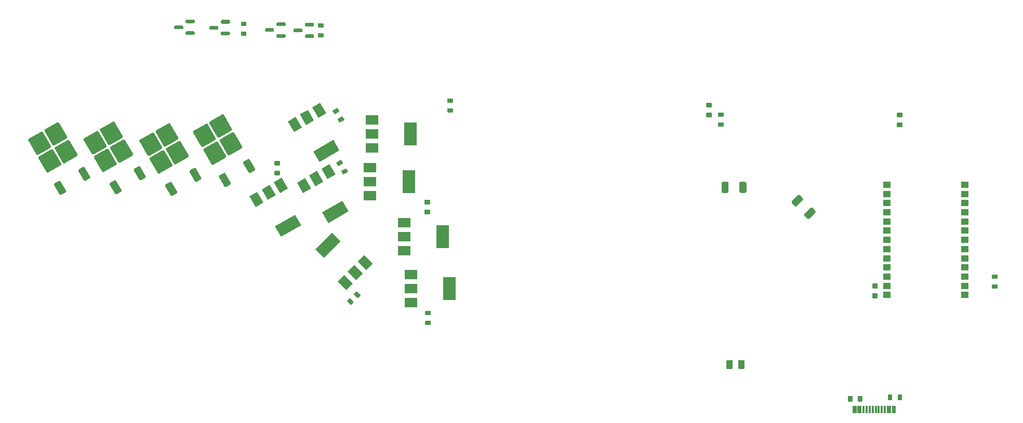
<source format=gtp>
G04 #@! TF.GenerationSoftware,KiCad,Pcbnew,7.0.9-7.0.9~ubuntu22.04.1*
G04 #@! TF.CreationDate,2023-12-28T21:10:10+00:00*
G04 #@! TF.ProjectId,uaeficopiedtovfr,75616566-6963-46f7-9069-6564746f7666,rev?*
G04 #@! TF.SameCoordinates,Original*
G04 #@! TF.FileFunction,Paste,Top*
G04 #@! TF.FilePolarity,Positive*
%FSLAX46Y46*%
G04 Gerber Fmt 4.6, Leading zero omitted, Abs format (unit mm)*
G04 Created by KiCad (PCBNEW 7.0.9-7.0.9~ubuntu22.04.1) date 2023-12-28 21:10:10*
%MOMM*%
%LPD*%
G01*
G04 APERTURE LIST*
%ADD10R,2.000000X1.500000*%
%ADD11R,2.000000X3.800000*%
%ADD12R,0.300000X1.150000*%
%ADD13R,1.300000X1.000000*%
G04 APERTURE END LIST*
G04 #@! TO.C,R4*
G36*
G01*
X117650001Y15900000D02*
X117650001Y14650000D01*
G75*
G02*
X117550001Y14550000I-100000J0D01*
G01*
X116750001Y14550000D01*
G75*
G02*
X116650001Y14650000I0J100000D01*
G01*
X116650001Y15900000D01*
G75*
G02*
X116750001Y16000000I100000J0D01*
G01*
X117550001Y16000000D01*
G75*
G02*
X117650001Y15900000I0J-100000D01*
G01*
G37*
G36*
G01*
X115749979Y15900000D02*
X115749979Y14650000D01*
G75*
G02*
X115649979Y14550000I-100000J0D01*
G01*
X114849979Y14550000D01*
G75*
G02*
X114749979Y14650000I0J100000D01*
G01*
X114749979Y15900000D01*
G75*
G02*
X114849979Y16000000I100000J0D01*
G01*
X115649979Y16000000D01*
G75*
G02*
X115749979Y15900000I0J-100000D01*
G01*
G37*
G04 #@! TD*
G04 #@! TO.C,R1*
G36*
G01*
X142560000Y56325000D02*
X143340000Y56325000D01*
G75*
G02*
X143410000Y56255000I0J-70000D01*
G01*
X143410000Y55695000D01*
G75*
G02*
X143340000Y55625000I-70000J0D01*
G01*
X142560000Y55625000D01*
G75*
G02*
X142490000Y55695000I0J70000D01*
G01*
X142490000Y56255000D01*
G75*
G02*
X142560000Y56325000I70000J0D01*
G01*
G37*
G36*
G01*
X142560000Y54725000D02*
X143340000Y54725000D01*
G75*
G02*
X143410000Y54655000I0J-70000D01*
G01*
X143410000Y54095000D01*
G75*
G02*
X143340000Y54025000I-70000J0D01*
G01*
X142560000Y54025000D01*
G75*
G02*
X142490000Y54095000I0J70000D01*
G01*
X142490000Y54655000D01*
G75*
G02*
X142560000Y54725000I70000J0D01*
G01*
G37*
G04 #@! TD*
D10*
G04 #@! TO.C,Q14*
X56950000Y55200000D03*
X56950000Y52900000D03*
X56950000Y50600000D03*
D11*
X63250000Y52900000D03*
G04 #@! TD*
G04 #@! TO.C,Q8*
G36*
X48717339Y47244005D02*
G01*
X50016377Y47994005D01*
X51016377Y46261955D01*
X49717339Y45511955D01*
X48717339Y47244005D01*
G37*
G36*
X46725481Y46094005D02*
G01*
X48024519Y46844005D01*
X49024519Y45111955D01*
X47725481Y44361955D01*
X46725481Y46094005D01*
G37*
G36*
X44733623Y44944005D02*
G01*
X46032661Y45694005D01*
X47032661Y43961955D01*
X45733623Y43211955D01*
X44733623Y44944005D01*
G37*
G36*
X48879552Y40063045D02*
G01*
X52170448Y41963045D01*
X53170448Y40230995D01*
X49879552Y38330995D01*
X48879552Y40063045D01*
G37*
G04 #@! TD*
G04 #@! TO.C,R8*
G36*
G01*
X143350000Y10290000D02*
X143350000Y9510000D01*
G75*
G02*
X143280000Y9440000I-70000J0D01*
G01*
X142720000Y9440000D01*
G75*
G02*
X142650000Y9510000I0J70000D01*
G01*
X142650000Y10290000D01*
G75*
G02*
X142720000Y10360000I70000J0D01*
G01*
X143280000Y10360000D01*
G75*
G02*
X143350000Y10290000I0J-70000D01*
G01*
G37*
G36*
G01*
X141750000Y10290000D02*
X141750000Y9510000D01*
G75*
G02*
X141680000Y9440000I-70000J0D01*
G01*
X141120000Y9440000D01*
G75*
G02*
X141050000Y9510000I0J70000D01*
G01*
X141050000Y10290000D01*
G75*
G02*
X141120000Y10360000I70000J0D01*
G01*
X141680000Y10360000D01*
G75*
G02*
X141750000Y10290000I0J-70000D01*
G01*
G37*
G04 #@! TD*
G04 #@! TO.C,Q10*
G36*
X53838478Y28469491D02*
G01*
X52777818Y27408831D01*
X51363604Y28823045D01*
X52424264Y29883705D01*
X53838478Y28469491D01*
G37*
G36*
X55464823Y30095837D02*
G01*
X54404163Y29035177D01*
X52989949Y30449391D01*
X54050609Y31510051D01*
X55464823Y30095837D01*
G37*
G36*
X57091169Y31722182D02*
G01*
X56030509Y30661522D01*
X54616295Y32075736D01*
X55676955Y33136396D01*
X57091169Y31722182D01*
G37*
G36*
X51823224Y35363782D02*
G01*
X49136218Y32676776D01*
X47722004Y34090990D01*
X50409010Y36777996D01*
X51823224Y35363782D01*
G37*
G04 #@! TD*
G04 #@! TO.C,R32*
G36*
G01*
X65560000Y42100000D02*
X66340000Y42100000D01*
G75*
G02*
X66410000Y42030000I0J-70000D01*
G01*
X66410000Y41470000D01*
G75*
G02*
X66340000Y41400000I-70000J0D01*
G01*
X65560000Y41400000D01*
G75*
G02*
X65490000Y41470000I0J70000D01*
G01*
X65490000Y42030000D01*
G75*
G02*
X65560000Y42100000I70000J0D01*
G01*
G37*
G36*
G01*
X65560000Y40500000D02*
X66340000Y40500000D01*
G75*
G02*
X66410000Y40430000I0J-70000D01*
G01*
X66410000Y39870000D01*
G75*
G02*
X66340000Y39800000I-70000J0D01*
G01*
X65560000Y39800000D01*
G75*
G02*
X65490000Y39870000I0J70000D01*
G01*
X65490000Y40430000D01*
G75*
G02*
X65560000Y40500000I70000J0D01*
G01*
G37*
G04 #@! TD*
G04 #@! TO.C,R2*
G36*
G01*
X112290000Y55625000D02*
X111510000Y55625000D01*
G75*
G02*
X111440000Y55695000I0J70000D01*
G01*
X111440000Y56255000D01*
G75*
G02*
X111510000Y56325000I70000J0D01*
G01*
X112290000Y56325000D01*
G75*
G02*
X112360000Y56255000I0J-70000D01*
G01*
X112360000Y55695000D01*
G75*
G02*
X112290000Y55625000I-70000J0D01*
G01*
G37*
G36*
G01*
X112290000Y57225000D02*
X111510000Y57225000D01*
G75*
G02*
X111440000Y57295000I0J70000D01*
G01*
X111440000Y57855000D01*
G75*
G02*
X111510000Y57925000I70000J0D01*
G01*
X112290000Y57925000D01*
G75*
G02*
X112360000Y57855000I0J-70000D01*
G01*
X112360000Y57295000D01*
G75*
G02*
X112290000Y57225000I-70000J0D01*
G01*
G37*
G04 #@! TD*
G04 #@! TO.C,R31*
G36*
G01*
X66490000Y21700000D02*
X65710000Y21700000D01*
G75*
G02*
X65640000Y21770000I0J70000D01*
G01*
X65640000Y22330000D01*
G75*
G02*
X65710000Y22400000I70000J0D01*
G01*
X66490000Y22400000D01*
G75*
G02*
X66560000Y22330000I0J-70000D01*
G01*
X66560000Y21770000D01*
G75*
G02*
X66490000Y21700000I-70000J0D01*
G01*
G37*
G36*
G01*
X66490000Y23300000D02*
X65710000Y23300000D01*
G75*
G02*
X65640000Y23370000I0J70000D01*
G01*
X65640000Y23930000D01*
G75*
G02*
X65710000Y24000000I70000J0D01*
G01*
X66490000Y24000000D01*
G75*
G02*
X66560000Y23930000I0J-70000D01*
G01*
X66560000Y23370000D01*
G75*
G02*
X66490000Y23300000I-70000J0D01*
G01*
G37*
G04 #@! TD*
G04 #@! TO.C,R23*
G36*
G01*
X41110000Y48450000D02*
X41890000Y48450000D01*
G75*
G02*
X41960000Y48380000I0J-70000D01*
G01*
X41960000Y47820000D01*
G75*
G02*
X41890000Y47750000I-70000J0D01*
G01*
X41110000Y47750000D01*
G75*
G02*
X41040000Y47820000I0J70000D01*
G01*
X41040000Y48380000D01*
G75*
G02*
X41110000Y48450000I70000J0D01*
G01*
G37*
G36*
G01*
X41110000Y46850000D02*
X41890000Y46850000D01*
G75*
G02*
X41960000Y46780000I0J-70000D01*
G01*
X41960000Y46220000D01*
G75*
G02*
X41890000Y46150000I-70000J0D01*
G01*
X41110000Y46150000D01*
G75*
G02*
X41040000Y46220000I0J70000D01*
G01*
X41040000Y46780000D01*
G75*
G02*
X41110000Y46850000I70000J0D01*
G01*
G37*
G04 #@! TD*
D10*
G04 #@! TO.C,Q16*
X62200000Y38450000D03*
X62200000Y36150000D03*
X62200000Y33850000D03*
D11*
X68500000Y36150000D03*
G04 #@! TD*
G04 #@! TO.C,Q9*
G36*
X40967339Y44994005D02*
G01*
X42266377Y45744005D01*
X43266377Y44011955D01*
X41967339Y43261955D01*
X40967339Y44994005D01*
G37*
G36*
X38975481Y43844005D02*
G01*
X40274519Y44594005D01*
X41274519Y42861955D01*
X39975481Y42111955D01*
X38975481Y43844005D01*
G37*
G36*
X36983623Y42694005D02*
G01*
X38282661Y43444005D01*
X39282661Y41711955D01*
X37983623Y40961955D01*
X36983623Y42694005D01*
G37*
G36*
X41129552Y37813045D02*
G01*
X44420448Y39713045D01*
X45420448Y37980995D01*
X42129552Y36080995D01*
X41129552Y37813045D01*
G37*
G04 #@! TD*
D10*
G04 #@! TO.C,Q13*
X56650000Y47400000D03*
X56650000Y45100000D03*
X56650000Y42800000D03*
D11*
X62950000Y45100000D03*
G04 #@! TD*
G04 #@! TO.C,R26*
G36*
G01*
X36440000Y68875000D02*
X35660000Y68875000D01*
G75*
G02*
X35590000Y68945000I0J70000D01*
G01*
X35590000Y69505000D01*
G75*
G02*
X35660000Y69575000I70000J0D01*
G01*
X36440000Y69575000D01*
G75*
G02*
X36510000Y69505000I0J-70000D01*
G01*
X36510000Y68945000D01*
G75*
G02*
X36440000Y68875000I-70000J0D01*
G01*
G37*
G36*
G01*
X36440000Y70475000D02*
X35660000Y70475000D01*
G75*
G02*
X35590000Y70545000I0J70000D01*
G01*
X35590000Y71105000D01*
G75*
G02*
X35660000Y71175000I70000J0D01*
G01*
X36440000Y71175000D01*
G75*
G02*
X36510000Y71105000I0J-70000D01*
G01*
X36510000Y70545000D01*
G75*
G02*
X36440000Y70475000I-70000J0D01*
G01*
G37*
G04 #@! TD*
G04 #@! TO.C,C1*
G36*
G01*
X139290000Y26084999D02*
X138610000Y26084999D01*
G75*
G02*
X138525000Y26169999I0J85000D01*
G01*
X138525000Y26849999D01*
G75*
G02*
X138610000Y26934999I85000J0D01*
G01*
X139290000Y26934999D01*
G75*
G02*
X139375000Y26849999I0J-85000D01*
G01*
X139375000Y26169999D01*
G75*
G02*
X139290000Y26084999I-85000J0D01*
G01*
G37*
G36*
G01*
X139290000Y27665001D02*
X138610000Y27665001D01*
G75*
G02*
X138525000Y27750001I0J85000D01*
G01*
X138525000Y28430001D01*
G75*
G02*
X138610000Y28515001I85000J0D01*
G01*
X139290000Y28515001D01*
G75*
G02*
X139375000Y28430001I0J-85000D01*
G01*
X139375000Y27750001D01*
G75*
G02*
X139290000Y27665001I-85000J0D01*
G01*
G37*
G04 #@! TD*
G04 #@! TO.C,Q7*
G36*
X47217339Y57219005D02*
G01*
X48516377Y57969005D01*
X49516377Y56236955D01*
X48217339Y55486955D01*
X47217339Y57219005D01*
G37*
G36*
X45225481Y56069005D02*
G01*
X46524519Y56819005D01*
X47524519Y55086955D01*
X46225481Y54336955D01*
X45225481Y56069005D01*
G37*
G36*
X43233623Y54919005D02*
G01*
X44532661Y55669005D01*
X45532661Y53936955D01*
X44233623Y53186955D01*
X43233623Y54919005D01*
G37*
G36*
X47379552Y50038045D02*
G01*
X50670448Y51938045D01*
X51670448Y50205995D01*
X48379552Y48305995D01*
X47379552Y50038045D01*
G37*
G04 #@! TD*
G04 #@! TO.C,R24*
G36*
G01*
X53462600Y25011056D02*
X52911056Y25562600D01*
G75*
G02*
X52911056Y25661594I49497J49497D01*
G01*
X53307036Y26057574D01*
G75*
G02*
X53406030Y26057574I49497J-49497D01*
G01*
X53957574Y25506030D01*
G75*
G02*
X53957574Y25407036I-49497J-49497D01*
G01*
X53561594Y25011056D01*
G75*
G02*
X53462600Y25011056I-49497J49497D01*
G01*
G37*
G36*
G01*
X54593970Y26142426D02*
X54042426Y26693970D01*
G75*
G02*
X54042426Y26792964I49497J49497D01*
G01*
X54438406Y27188944D01*
G75*
G02*
X54537400Y27188944I49497J-49497D01*
G01*
X55088944Y26637400D01*
G75*
G02*
X55088944Y26538406I-49497J-49497D01*
G01*
X54692964Y26142426D01*
G75*
G02*
X54593970Y26142426I-49497J49497D01*
G01*
G37*
G04 #@! TD*
D12*
G04 #@! TO.C,J9*
X135450000Y7945000D03*
X136250000Y7945000D03*
X137550000Y7945000D03*
X138550000Y7945000D03*
X139050000Y7945000D03*
X140050000Y7945000D03*
X141350000Y7945000D03*
X142150000Y7945000D03*
X141850000Y7945000D03*
X141050000Y7945000D03*
X140550000Y7945000D03*
X139550000Y7945000D03*
X138050000Y7945000D03*
X137050000Y7945000D03*
X136550000Y7945000D03*
X135750000Y7945000D03*
G04 #@! TD*
G04 #@! TO.C,Q3*
G36*
G01*
X25095382Y43138319D02*
X24489164Y42788319D01*
G75*
G02*
X24147658Y42879825I-125000J216506D01*
G01*
X23297658Y44352069D01*
G75*
G02*
X23389164Y44693575I216506J125000D01*
G01*
X23995382Y45043575D01*
G75*
G02*
X24336888Y44952069I125000J-216506D01*
G01*
X25186888Y43479825D01*
G75*
G02*
X25095382Y43138319I-216506J-125000D01*
G01*
G37*
G36*
G01*
X24320401Y47540626D02*
X22371843Y46415626D01*
G75*
G02*
X22030337Y46507132I-125000J216506D01*
G01*
X20755337Y48715496D01*
G75*
G02*
X20846843Y49057002I216506J125000D01*
G01*
X22795401Y50182002D01*
G75*
G02*
X23136907Y50090496I125000J-216506D01*
G01*
X24411907Y47882132D01*
G75*
G02*
X24320401Y47540626I-216506J-125000D01*
G01*
G37*
G36*
G01*
X26961779Y49065626D02*
X25013221Y47940626D01*
G75*
G02*
X24671715Y48032132I-125000J216506D01*
G01*
X23396715Y50240496D01*
G75*
G02*
X23488221Y50582002I216506J125000D01*
G01*
X25436779Y51707002D01*
G75*
G02*
X25778285Y51615496I125000J-216506D01*
G01*
X27053285Y49407132D01*
G75*
G02*
X26961779Y49065626I-216506J-125000D01*
G01*
G37*
G36*
G01*
X22645401Y50441812D02*
X20696843Y49316812D01*
G75*
G02*
X20355337Y49408318I-125000J216506D01*
G01*
X19080337Y51616682D01*
G75*
G02*
X19171843Y51958188I216506J125000D01*
G01*
X21120401Y53083188D01*
G75*
G02*
X21461907Y52991682I125000J-216506D01*
G01*
X22736907Y50783318D01*
G75*
G02*
X22645401Y50441812I-216506J-125000D01*
G01*
G37*
G36*
G01*
X25286779Y51966812D02*
X23338221Y50841812D01*
G75*
G02*
X22996715Y50933318I-125000J216506D01*
G01*
X21721715Y53141682D01*
G75*
G02*
X21813221Y53483188I216506J125000D01*
G01*
X23761779Y54608188D01*
G75*
G02*
X24103285Y54516682I125000J-216506D01*
G01*
X25378285Y52308318D01*
G75*
G02*
X25286779Y51966812I-216506J-125000D01*
G01*
G37*
G36*
G01*
X29044458Y45418319D02*
X28438240Y45068319D01*
G75*
G02*
X28096734Y45159825I-125000J216506D01*
G01*
X27246734Y46632069D01*
G75*
G02*
X27338240Y46973575I216506J125000D01*
G01*
X27944458Y47323575D01*
G75*
G02*
X28285964Y47232069I125000J-216506D01*
G01*
X29135964Y45759825D01*
G75*
G02*
X29044458Y45418319I-216506J-125000D01*
G01*
G37*
G04 #@! TD*
G04 #@! TO.C,D7*
G36*
G01*
X28075000Y69475000D02*
X28075000Y69175000D01*
G75*
G02*
X27925000Y69025000I-150000J0D01*
G01*
X26750000Y69025000D01*
G75*
G02*
X26600000Y69175000I0J150000D01*
G01*
X26600000Y69475000D01*
G75*
G02*
X26750000Y69625000I150000J0D01*
G01*
X27925000Y69625000D01*
G75*
G02*
X28075000Y69475000I0J-150000D01*
G01*
G37*
G36*
G01*
X26200000Y70425000D02*
X26200000Y70125000D01*
G75*
G02*
X26050000Y69975000I-150000J0D01*
G01*
X24875000Y69975000D01*
G75*
G02*
X24725000Y70125000I0J150000D01*
G01*
X24725000Y70425000D01*
G75*
G02*
X24875000Y70575000I150000J0D01*
G01*
X26050000Y70575000D01*
G75*
G02*
X26200000Y70425000I0J-150000D01*
G01*
G37*
G36*
G01*
X28075000Y71375000D02*
X28075000Y71075000D01*
G75*
G02*
X27925000Y70925000I-150000J0D01*
G01*
X26750000Y70925000D01*
G75*
G02*
X26600000Y71075000I0J150000D01*
G01*
X26600000Y71375000D01*
G75*
G02*
X26750000Y71525000I150000J0D01*
G01*
X27925000Y71525000D01*
G75*
G02*
X28075000Y71375000I0J-150000D01*
G01*
G37*
G04 #@! TD*
G04 #@! TO.C,R5*
G36*
G01*
X69310000Y58675000D02*
X70090000Y58675000D01*
G75*
G02*
X70160000Y58605000I0J-70000D01*
G01*
X70160000Y58045000D01*
G75*
G02*
X70090000Y57975000I-70000J0D01*
G01*
X69310000Y57975000D01*
G75*
G02*
X69240000Y58045000I0J70000D01*
G01*
X69240000Y58605000D01*
G75*
G02*
X69310000Y58675000I70000J0D01*
G01*
G37*
G36*
G01*
X69310000Y57075000D02*
X70090000Y57075000D01*
G75*
G02*
X70160000Y57005000I0J-70000D01*
G01*
X70160000Y56445000D01*
G75*
G02*
X70090000Y56375000I-70000J0D01*
G01*
X69310000Y56375000D01*
G75*
G02*
X69240000Y56445000I0J70000D01*
G01*
X69240000Y57005000D01*
G75*
G02*
X69310000Y57075000I70000J0D01*
G01*
G37*
G04 #@! TD*
G04 #@! TO.C,Q1*
G36*
G01*
X33845382Y44588319D02*
X33239164Y44238319D01*
G75*
G02*
X32897658Y44329825I-125000J216506D01*
G01*
X32047658Y45802069D01*
G75*
G02*
X32139164Y46143575I216506J125000D01*
G01*
X32745382Y46493575D01*
G75*
G02*
X33086888Y46402069I125000J-216506D01*
G01*
X33936888Y44929825D01*
G75*
G02*
X33845382Y44588319I-216506J-125000D01*
G01*
G37*
G36*
G01*
X33070401Y48990626D02*
X31121843Y47865626D01*
G75*
G02*
X30780337Y47957132I-125000J216506D01*
G01*
X29505337Y50165496D01*
G75*
G02*
X29596843Y50507002I216506J125000D01*
G01*
X31545401Y51632002D01*
G75*
G02*
X31886907Y51540496I125000J-216506D01*
G01*
X33161907Y49332132D01*
G75*
G02*
X33070401Y48990626I-216506J-125000D01*
G01*
G37*
G36*
G01*
X35711779Y50515626D02*
X33763221Y49390626D01*
G75*
G02*
X33421715Y49482132I-125000J216506D01*
G01*
X32146715Y51690496D01*
G75*
G02*
X32238221Y52032002I216506J125000D01*
G01*
X34186779Y53157002D01*
G75*
G02*
X34528285Y53065496I125000J-216506D01*
G01*
X35803285Y50857132D01*
G75*
G02*
X35711779Y50515626I-216506J-125000D01*
G01*
G37*
G36*
G01*
X31395401Y51891812D02*
X29446843Y50766812D01*
G75*
G02*
X29105337Y50858318I-125000J216506D01*
G01*
X27830337Y53066682D01*
G75*
G02*
X27921843Y53408188I216506J125000D01*
G01*
X29870401Y54533188D01*
G75*
G02*
X30211907Y54441682I125000J-216506D01*
G01*
X31486907Y52233318D01*
G75*
G02*
X31395401Y51891812I-216506J-125000D01*
G01*
G37*
G36*
G01*
X34036779Y53416812D02*
X32088221Y52291812D01*
G75*
G02*
X31746715Y52383318I-125000J216506D01*
G01*
X30471715Y54591682D01*
G75*
G02*
X30563221Y54933188I216506J125000D01*
G01*
X32511779Y56058188D01*
G75*
G02*
X32853285Y55966682I125000J-216506D01*
G01*
X34128285Y53758318D01*
G75*
G02*
X34036779Y53416812I-216506J-125000D01*
G01*
G37*
G36*
G01*
X37794458Y46868319D02*
X37188240Y46518319D01*
G75*
G02*
X36846734Y46609825I-125000J216506D01*
G01*
X35996734Y48082069D01*
G75*
G02*
X36088240Y48423575I216506J125000D01*
G01*
X36694458Y48773575D01*
G75*
G02*
X37035964Y48682069I125000J-216506D01*
G01*
X37885964Y47209825D01*
G75*
G02*
X37794458Y46868319I-216506J-125000D01*
G01*
G37*
G04 #@! TD*
G04 #@! TO.C,R25*
G36*
G01*
X48990000Y68625000D02*
X48210000Y68625000D01*
G75*
G02*
X48140000Y68695000I0J70000D01*
G01*
X48140000Y69255000D01*
G75*
G02*
X48210000Y69325000I70000J0D01*
G01*
X48990000Y69325000D01*
G75*
G02*
X49060000Y69255000I0J-70000D01*
G01*
X49060000Y68695000D01*
G75*
G02*
X48990000Y68625000I-70000J0D01*
G01*
G37*
G36*
G01*
X48990000Y70225000D02*
X48210000Y70225000D01*
G75*
G02*
X48140000Y70295000I0J70000D01*
G01*
X48140000Y70855000D01*
G75*
G02*
X48210000Y70925000I70000J0D01*
G01*
X48990000Y70925000D01*
G75*
G02*
X49060000Y70855000I0J-70000D01*
G01*
X49060000Y70295000D01*
G75*
G02*
X48990000Y70225000I-70000J0D01*
G01*
G37*
G04 #@! TD*
G04 #@! TO.C,R6*
G36*
G01*
X158840000Y27625000D02*
X158060000Y27625000D01*
G75*
G02*
X157990000Y27695000I0J70000D01*
G01*
X157990000Y28255000D01*
G75*
G02*
X158060000Y28325000I70000J0D01*
G01*
X158840000Y28325000D01*
G75*
G02*
X158910000Y28255000I0J-70000D01*
G01*
X158910000Y27695000D01*
G75*
G02*
X158840000Y27625000I-70000J0D01*
G01*
G37*
G36*
G01*
X158840000Y29225000D02*
X158060000Y29225000D01*
G75*
G02*
X157990000Y29295000I0J70000D01*
G01*
X157990000Y29855000D01*
G75*
G02*
X158060000Y29925000I70000J0D01*
G01*
X158840000Y29925000D01*
G75*
G02*
X158910000Y29855000I0J-70000D01*
G01*
X158910000Y29295000D01*
G75*
G02*
X158840000Y29225000I-70000J0D01*
G01*
G37*
G04 #@! TD*
G04 #@! TO.C,Q4*
G36*
G01*
X16028571Y43401412D02*
X15422353Y43051412D01*
G75*
G02*
X15080847Y43142918I-125000J216506D01*
G01*
X14230847Y44615162D01*
G75*
G02*
X14322353Y44956668I216506J125000D01*
G01*
X14928571Y45306668D01*
G75*
G02*
X15270077Y45215162I125000J-216506D01*
G01*
X16120077Y43742918D01*
G75*
G02*
X16028571Y43401412I-216506J-125000D01*
G01*
G37*
G36*
G01*
X15253590Y47803719D02*
X13305032Y46678719D01*
G75*
G02*
X12963526Y46770225I-125000J216506D01*
G01*
X11688526Y48978589D01*
G75*
G02*
X11780032Y49320095I216506J125000D01*
G01*
X13728590Y50445095D01*
G75*
G02*
X14070096Y50353589I125000J-216506D01*
G01*
X15345096Y48145225D01*
G75*
G02*
X15253590Y47803719I-216506J-125000D01*
G01*
G37*
G36*
G01*
X17894968Y49328719D02*
X15946410Y48203719D01*
G75*
G02*
X15604904Y48295225I-125000J216506D01*
G01*
X14329904Y50503589D01*
G75*
G02*
X14421410Y50845095I216506J125000D01*
G01*
X16369968Y51970095D01*
G75*
G02*
X16711474Y51878589I125000J-216506D01*
G01*
X17986474Y49670225D01*
G75*
G02*
X17894968Y49328719I-216506J-125000D01*
G01*
G37*
G36*
G01*
X13578590Y50704905D02*
X11630032Y49579905D01*
G75*
G02*
X11288526Y49671411I-125000J216506D01*
G01*
X10013526Y51879775D01*
G75*
G02*
X10105032Y52221281I216506J125000D01*
G01*
X12053590Y53346281D01*
G75*
G02*
X12395096Y53254775I125000J-216506D01*
G01*
X13670096Y51046411D01*
G75*
G02*
X13578590Y50704905I-216506J-125000D01*
G01*
G37*
G36*
G01*
X16219968Y52229905D02*
X14271410Y51104905D01*
G75*
G02*
X13929904Y51196411I-125000J216506D01*
G01*
X12654904Y53404775D01*
G75*
G02*
X12746410Y53746281I216506J125000D01*
G01*
X14694968Y54871281D01*
G75*
G02*
X15036474Y54779775I125000J-216506D01*
G01*
X16311474Y52571411D01*
G75*
G02*
X16219968Y52229905I-216506J-125000D01*
G01*
G37*
G36*
G01*
X19977647Y45681412D02*
X19371429Y45331412D01*
G75*
G02*
X19029923Y45422918I-125000J216506D01*
G01*
X18179923Y46895162D01*
G75*
G02*
X18271429Y47236668I216506J125000D01*
G01*
X18877647Y47586668D01*
G75*
G02*
X19219153Y47495162I125000J-216506D01*
G01*
X20069153Y46022918D01*
G75*
G02*
X19977647Y45681412I-216506J-125000D01*
G01*
G37*
G04 #@! TD*
G04 #@! TO.C,Q12*
G36*
G01*
X33812500Y69425000D02*
X33812500Y69125000D01*
G75*
G02*
X33662500Y68975000I-150000J0D01*
G01*
X32487500Y68975000D01*
G75*
G02*
X32337500Y69125000I0J150000D01*
G01*
X32337500Y69425000D01*
G75*
G02*
X32487500Y69575000I150000J0D01*
G01*
X33662500Y69575000D01*
G75*
G02*
X33812500Y69425000I0J-150000D01*
G01*
G37*
G36*
G01*
X31937500Y70375000D02*
X31937500Y70075000D01*
G75*
G02*
X31787500Y69925000I-150000J0D01*
G01*
X30612500Y69925000D01*
G75*
G02*
X30462500Y70075000I0J150000D01*
G01*
X30462500Y70375000D01*
G75*
G02*
X30612500Y70525000I150000J0D01*
G01*
X31787500Y70525000D01*
G75*
G02*
X31937500Y70375000I0J-150000D01*
G01*
G37*
G36*
G01*
X33812500Y71325000D02*
X33812500Y71025000D01*
G75*
G02*
X33662500Y70875000I-150000J0D01*
G01*
X32487500Y70875000D01*
G75*
G02*
X32337500Y71025000I0J150000D01*
G01*
X32337500Y71325000D01*
G75*
G02*
X32487500Y71475000I150000J0D01*
G01*
X33662500Y71475000D01*
G75*
G02*
X33812500Y71325000I0J-150000D01*
G01*
G37*
G04 #@! TD*
G04 #@! TO.C,D6*
G36*
G01*
X42875000Y69025000D02*
X42875000Y68725000D01*
G75*
G02*
X42725000Y68575000I-150000J0D01*
G01*
X41550000Y68575000D01*
G75*
G02*
X41400000Y68725000I0J150000D01*
G01*
X41400000Y69025000D01*
G75*
G02*
X41550000Y69175000I150000J0D01*
G01*
X42725000Y69175000D01*
G75*
G02*
X42875000Y69025000I0J-150000D01*
G01*
G37*
G36*
G01*
X41000000Y69975000D02*
X41000000Y69675000D01*
G75*
G02*
X40850000Y69525000I-150000J0D01*
G01*
X39675000Y69525000D01*
G75*
G02*
X39525000Y69675000I0J150000D01*
G01*
X39525000Y69975000D01*
G75*
G02*
X39675000Y70125000I150000J0D01*
G01*
X40850000Y70125000D01*
G75*
G02*
X41000000Y69975000I0J-150000D01*
G01*
G37*
G36*
G01*
X42875000Y70925000D02*
X42875000Y70625000D01*
G75*
G02*
X42725000Y70475000I-150000J0D01*
G01*
X41550000Y70475000D01*
G75*
G02*
X41400000Y70625000I0J150000D01*
G01*
X41400000Y70925000D01*
G75*
G02*
X41550000Y71075000I150000J0D01*
G01*
X42725000Y71075000D01*
G75*
G02*
X42875000Y70925000I0J-150000D01*
G01*
G37*
G04 #@! TD*
D10*
G04 #@! TO.C,Q15*
X63300000Y29950000D03*
X63300000Y27650000D03*
X63300000Y25350000D03*
D11*
X69600000Y27650000D03*
G04 #@! TD*
G04 #@! TO.C,R21*
G36*
G01*
X52412750Y55124071D02*
X51737250Y54734071D01*
G75*
G02*
X51641628Y54759693I-35000J60622D01*
G01*
X51361628Y55244667D01*
G75*
G02*
X51387250Y55340289I60622J35000D01*
G01*
X52062750Y55730289D01*
G75*
G02*
X52158372Y55704667I35000J-60622D01*
G01*
X52438372Y55219693D01*
G75*
G02*
X52412750Y55124071I-60622J-35000D01*
G01*
G37*
G36*
G01*
X51612750Y56509711D02*
X50937250Y56119711D01*
G75*
G02*
X50841628Y56145333I-35000J60622D01*
G01*
X50561628Y56630307D01*
G75*
G02*
X50587250Y56725929I60622J35000D01*
G01*
X51262750Y57115929D01*
G75*
G02*
X51358372Y57090307I35000J-60622D01*
G01*
X51638372Y56605333D01*
G75*
G02*
X51612750Y56509711I-60622J-35000D01*
G01*
G37*
G04 #@! TD*
G04 #@! TO.C,Q11*
G36*
G01*
X47525000Y68975000D02*
X47525000Y68675000D01*
G75*
G02*
X47375000Y68525000I-150000J0D01*
G01*
X46200000Y68525000D01*
G75*
G02*
X46050000Y68675000I0J150000D01*
G01*
X46050000Y68975000D01*
G75*
G02*
X46200000Y69125000I150000J0D01*
G01*
X47375000Y69125000D01*
G75*
G02*
X47525000Y68975000I0J-150000D01*
G01*
G37*
G36*
G01*
X45650000Y69925000D02*
X45650000Y69625000D01*
G75*
G02*
X45500000Y69475000I-150000J0D01*
G01*
X44325000Y69475000D01*
G75*
G02*
X44175000Y69625000I0J150000D01*
G01*
X44175000Y69925000D01*
G75*
G02*
X44325000Y70075000I150000J0D01*
G01*
X45500000Y70075000D01*
G75*
G02*
X45650000Y69925000I0J-150000D01*
G01*
G37*
G36*
G01*
X47525000Y70875000D02*
X47525000Y70575000D01*
G75*
G02*
X47375000Y70425000I-150000J0D01*
G01*
X46200000Y70425000D01*
G75*
G02*
X46050000Y70575000I0J150000D01*
G01*
X46050000Y70875000D01*
G75*
G02*
X46200000Y71025000I150000J0D01*
G01*
X47375000Y71025000D01*
G75*
G02*
X47525000Y70875000I0J-150000D01*
G01*
G37*
G04 #@! TD*
G04 #@! TO.C,F2*
G36*
G01*
X114844990Y43275000D02*
X114154990Y43275000D01*
G75*
G02*
X113924990Y43505000I0J230000D01*
G01*
X113924990Y44845000D01*
G75*
G02*
X114154990Y45075000I230000J0D01*
G01*
X114844990Y45075000D01*
G75*
G02*
X115074990Y44845000I0J-230000D01*
G01*
X115074990Y43505000D01*
G75*
G02*
X114844990Y43275000I-230000J0D01*
G01*
G37*
G36*
G01*
X117745010Y43275000D02*
X117055010Y43275000D01*
G75*
G02*
X116825010Y43505000I0J230000D01*
G01*
X116825010Y44845000D01*
G75*
G02*
X117055010Y45075000I230000J0D01*
G01*
X117745010Y45075000D01*
G75*
G02*
X117975010Y44845000I0J-230000D01*
G01*
X117975010Y43505000D01*
G75*
G02*
X117745010Y43275000I-230000J0D01*
G01*
G37*
G04 #@! TD*
D13*
G04 #@! TO.C,U2*
X140862500Y44600000D03*
X140862500Y43100000D03*
X140862500Y41600000D03*
X140862500Y40100000D03*
X140862500Y38600000D03*
X140862500Y37100000D03*
X140862500Y35600000D03*
X140862500Y34100000D03*
X140862500Y32600000D03*
X140862500Y31100000D03*
X140862500Y29600000D03*
X140862500Y28100000D03*
X140862500Y26600000D03*
X153562500Y26600000D03*
X153562500Y28100000D03*
X153562500Y29600000D03*
X153562500Y31100000D03*
X153562500Y32600000D03*
X153562500Y34100000D03*
X153562500Y35600000D03*
X153562500Y37100000D03*
X153562500Y38600000D03*
X153562500Y40100000D03*
X153562500Y41600000D03*
X153562500Y43100000D03*
X153562500Y44600000D03*
G04 #@! TD*
G04 #@! TO.C,Q2*
G36*
G01*
X6978571Y43301412D02*
X6372353Y42951412D01*
G75*
G02*
X6030847Y43042918I-125000J216506D01*
G01*
X5180847Y44515162D01*
G75*
G02*
X5272353Y44856668I216506J125000D01*
G01*
X5878571Y45206668D01*
G75*
G02*
X6220077Y45115162I125000J-216506D01*
G01*
X7070077Y43642918D01*
G75*
G02*
X6978571Y43301412I-216506J-125000D01*
G01*
G37*
G36*
G01*
X6203590Y47703719D02*
X4255032Y46578719D01*
G75*
G02*
X3913526Y46670225I-125000J216506D01*
G01*
X2638526Y48878589D01*
G75*
G02*
X2730032Y49220095I216506J125000D01*
G01*
X4678590Y50345095D01*
G75*
G02*
X5020096Y50253589I125000J-216506D01*
G01*
X6295096Y48045225D01*
G75*
G02*
X6203590Y47703719I-216506J-125000D01*
G01*
G37*
G36*
G01*
X8844968Y49228719D02*
X6896410Y48103719D01*
G75*
G02*
X6554904Y48195225I-125000J216506D01*
G01*
X5279904Y50403589D01*
G75*
G02*
X5371410Y50745095I216506J125000D01*
G01*
X7319968Y51870095D01*
G75*
G02*
X7661474Y51778589I125000J-216506D01*
G01*
X8936474Y49570225D01*
G75*
G02*
X8844968Y49228719I-216506J-125000D01*
G01*
G37*
G36*
G01*
X4528590Y50604905D02*
X2580032Y49479905D01*
G75*
G02*
X2238526Y49571411I-125000J216506D01*
G01*
X963526Y51779775D01*
G75*
G02*
X1055032Y52121281I216506J125000D01*
G01*
X3003590Y53246281D01*
G75*
G02*
X3345096Y53154775I125000J-216506D01*
G01*
X4620096Y50946411D01*
G75*
G02*
X4528590Y50604905I-216506J-125000D01*
G01*
G37*
G36*
G01*
X7169968Y52129905D02*
X5221410Y51004905D01*
G75*
G02*
X4879904Y51096411I-125000J216506D01*
G01*
X3604904Y53304775D01*
G75*
G02*
X3696410Y53646281I216506J125000D01*
G01*
X5644968Y54771281D01*
G75*
G02*
X5986474Y54679775I125000J-216506D01*
G01*
X7261474Y52471411D01*
G75*
G02*
X7169968Y52129905I-216506J-125000D01*
G01*
G37*
G36*
G01*
X10927647Y45581412D02*
X10321429Y45231412D01*
G75*
G02*
X9979923Y45322918I-125000J216506D01*
G01*
X9129923Y46795162D01*
G75*
G02*
X9221429Y47136668I216506J125000D01*
G01*
X9827647Y47486668D01*
G75*
G02*
X10169153Y47395162I125000J-216506D01*
G01*
X11019153Y45922918D01*
G75*
G02*
X10927647Y45581412I-216506J-125000D01*
G01*
G37*
G04 #@! TD*
G04 #@! TO.C,F1*
G36*
G01*
X125882243Y41119964D02*
X125394340Y41607867D01*
G75*
G02*
X125394340Y41933137I162635J162635D01*
G01*
X126341863Y42880660D01*
G75*
G02*
X126667133Y42880660I162635J-162635D01*
G01*
X127155036Y42392757D01*
G75*
G02*
X127155036Y42067487I-162635J-162635D01*
G01*
X126207513Y41119964D01*
G75*
G02*
X125882243Y41119964I-162635J162635D01*
G01*
G37*
G36*
G01*
X127932867Y39069340D02*
X127444964Y39557243D01*
G75*
G02*
X127444964Y39882513I162635J162635D01*
G01*
X128392487Y40830036D01*
G75*
G02*
X128717757Y40830036I162635J-162635D01*
G01*
X129205660Y40342133D01*
G75*
G02*
X129205660Y40016863I-162635J-162635D01*
G01*
X128258137Y39069340D01*
G75*
G02*
X127932867Y39069340I-162635J162635D01*
G01*
G37*
G04 #@! TD*
G04 #@! TO.C,R3*
G36*
G01*
X114190000Y54075000D02*
X113410000Y54075000D01*
G75*
G02*
X113340000Y54145000I0J70000D01*
G01*
X113340000Y54705000D01*
G75*
G02*
X113410000Y54775000I70000J0D01*
G01*
X114190000Y54775000D01*
G75*
G02*
X114260000Y54705000I0J-70000D01*
G01*
X114260000Y54145000D01*
G75*
G02*
X114190000Y54075000I-70000J0D01*
G01*
G37*
G36*
G01*
X114190000Y55675000D02*
X113410000Y55675000D01*
G75*
G02*
X113340000Y55745000I0J70000D01*
G01*
X113340000Y56305000D01*
G75*
G02*
X113410000Y56375000I70000J0D01*
G01*
X114190000Y56375000D01*
G75*
G02*
X114260000Y56305000I0J-70000D01*
G01*
X114260000Y55745000D01*
G75*
G02*
X114190000Y55675000I-70000J0D01*
G01*
G37*
G04 #@! TD*
G04 #@! TO.C,R22*
G36*
G01*
X53012750Y46649071D02*
X52337250Y46259071D01*
G75*
G02*
X52241628Y46284693I-35000J60622D01*
G01*
X51961628Y46769667D01*
G75*
G02*
X51987250Y46865289I60622J35000D01*
G01*
X52662750Y47255289D01*
G75*
G02*
X52758372Y47229667I35000J-60622D01*
G01*
X53038372Y46744693D01*
G75*
G02*
X53012750Y46649071I-60622J-35000D01*
G01*
G37*
G36*
G01*
X52212750Y48034711D02*
X51537250Y47644711D01*
G75*
G02*
X51441628Y47670333I-35000J60622D01*
G01*
X51161628Y48155307D01*
G75*
G02*
X51187250Y48250929I60622J35000D01*
G01*
X51862750Y48640929D01*
G75*
G02*
X51958372Y48615307I35000J-60622D01*
G01*
X52238372Y48130333D01*
G75*
G02*
X52212750Y48034711I-60622J-35000D01*
G01*
G37*
G04 #@! TD*
G04 #@! TO.C,R7*
G36*
G01*
X134550000Y9310000D02*
X134550000Y10090000D01*
G75*
G02*
X134620000Y10160000I70000J0D01*
G01*
X135180000Y10160000D01*
G75*
G02*
X135250000Y10090000I0J-70000D01*
G01*
X135250000Y9310000D01*
G75*
G02*
X135180000Y9240000I-70000J0D01*
G01*
X134620000Y9240000D01*
G75*
G02*
X134550000Y9310000I0J70000D01*
G01*
G37*
G36*
G01*
X136150000Y9310000D02*
X136150000Y10090000D01*
G75*
G02*
X136220000Y10160000I70000J0D01*
G01*
X136780000Y10160000D01*
G75*
G02*
X136850000Y10090000I0J-70000D01*
G01*
X136850000Y9310000D01*
G75*
G02*
X136780000Y9240000I-70000J0D01*
G01*
X136220000Y9240000D01*
G75*
G02*
X136150000Y9310000I0J70000D01*
G01*
G37*
G04 #@! TD*
M02*

</source>
